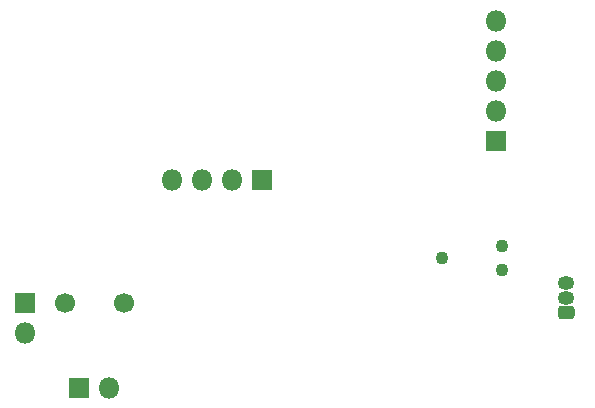
<source format=gbr>
%TF.GenerationSoftware,KiCad,Pcbnew,(5.1.6)-1*%
%TF.CreationDate,2021-07-30T18:19:51-07:00*%
%TF.ProjectId,WPT Receiver,57505420-5265-4636-9569-7665722e6b69,rev?*%
%TF.SameCoordinates,Original*%
%TF.FileFunction,Soldermask,Bot*%
%TF.FilePolarity,Negative*%
%FSLAX46Y46*%
G04 Gerber Fmt 4.6, Leading zero omitted, Abs format (unit mm)*
G04 Created by KiCad (PCBNEW (5.1.6)-1) date 2021-07-30 18:19:51*
%MOMM*%
%LPD*%
G01*
G04 APERTURE LIST*
%ADD10C,1.090600*%
%ADD11O,1.400000X1.150000*%
%ADD12O,1.800000X1.800000*%
%ADD13R,1.800000X1.800000*%
%ADD14C,1.700000*%
G04 APERTURE END LIST*
D10*
%TO.C,J2*%
X134540000Y-135016000D03*
X134540000Y-132984000D03*
X129460000Y-134000000D03*
%TD*%
%TO.C,U7*%
G36*
G01*
X140376300Y-139215000D02*
X139523700Y-139215000D01*
G75*
G02*
X139250000Y-138941300I0J273700D01*
G01*
X139250000Y-138338700D01*
G75*
G02*
X139523700Y-138065000I273700J0D01*
G01*
X140376300Y-138065000D01*
G75*
G02*
X140650000Y-138338700I0J-273700D01*
G01*
X140650000Y-138941300D01*
G75*
G02*
X140376300Y-139215000I-273700J0D01*
G01*
G37*
D11*
X139950000Y-136100000D03*
X139950000Y-137370000D03*
%TD*%
D12*
%TO.C,L1*%
X101240000Y-145000000D03*
D13*
X98700000Y-145000000D03*
%TD*%
D12*
%TO.C,J4*%
X106580000Y-127400000D03*
X109120000Y-127400000D03*
X111660000Y-127400000D03*
D13*
X114200000Y-127400000D03*
%TD*%
D12*
%TO.C,J3*%
X134000000Y-113920000D03*
X134000000Y-116460000D03*
X134000000Y-119000000D03*
X134000000Y-121540000D03*
D13*
X134000000Y-124080000D03*
%TD*%
D12*
%TO.C,J1*%
X94100000Y-140340000D03*
D13*
X94100000Y-137800000D03*
%TD*%
D14*
%TO.C,C1*%
X97500000Y-137800000D03*
X102500000Y-137800000D03*
%TD*%
M02*

</source>
